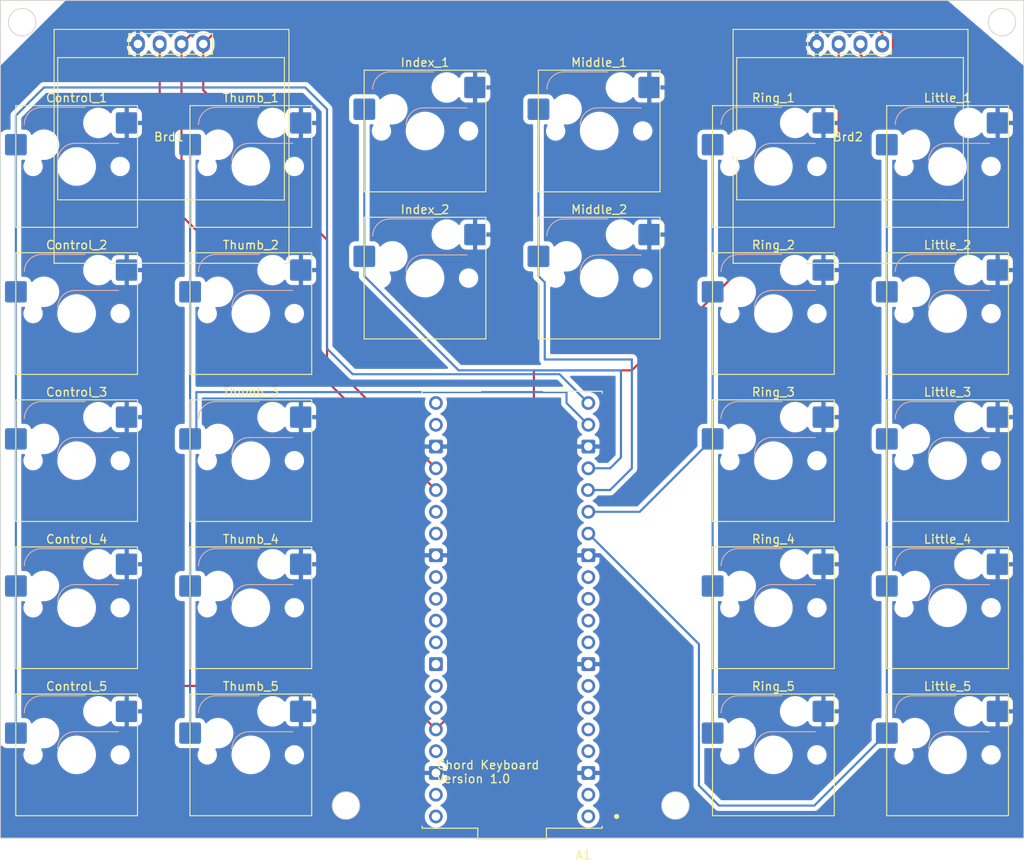
<source format=kicad_pcb>
(kicad_pcb (version 20221018) (generator pcbnew)
  (layers (0 "F.Cu" signal) (31 "B.Cu" signal) (34 "B.Paste" user) (35 "F.Paste" user) (36 "B.SilkS" user "B.Silkscreen") (37 "F.SilkS" user "F.Silkscreen") (38 "B.Mask" user) (39 "F.Mask" user) (44 "Edge.Cuts" user))
  (net 0 "")
  (net 18 "Little")
  (net 22 "Ring")
  (net 23 "Middle")
  (net 24 "Index")
  (net 25 "Thumb")
  (net 26 "Control")
  (net 27 "SDA")
  (net 30 "SCL")
  (net 31 "3v3PWR")
  (net 34 "GND")
  (footprint "FlippedKeys:SW_Hotswap_Kailh_MX" (layer "F.Cu") (at 113.03 89.281)
    (fp_text reference "Control_3" (at 0 -8) (layer "F.SilkS"))
    (fp_text value "SW_Push")
    (pad "" np_thru_hole circle (at -5.08 0) (size 1.75 1.75) (drill 1.75) (layers "*.Cu" "*.Mask"))
    (pad "" np_thru_hole circle (at -3.81 -2.54) (size 3.05 3.05) (drill 3.05) (layers "*.Cu" "*.Mask"))
    (pad "" np_thru_hole circle (at 0 0) (size 4 4) (drill 4) (layers "*.Cu" "*.Mask"))
    (pad "" np_thru_hole circle (at 2.54 -5.08) (size 3.05 3.05) (drill 3.05) (layers "*.Cu" "*.Mask"))
    (pad "" np_thru_hole circle (at 5.08 0) (size 1.75 1.75) (drill 1.75) (layers "*.Cu" "*.Mask"))
    (pad "1" smd roundrect (at -7.085 -2.54) (size 2.55 2.5) (layers "B.Cu" "B.Paste" "B.Mask") (roundrect_rratio 0.1) (net 26 "Control"))
    (pad "2" smd roundrect (at 5.842 -5.08) (size 2.55 2.5) (layers "B.Cu" "B.Paste" "B.Mask") (roundrect_rratio 0.1) (net 34 "GND"))
  )
  (footprint "FlippedKeys:SW_Hotswap_Kailh_MX" (layer "F.Cu") (at 113.03 54.9402)
    (fp_text reference "Control_1" (at 0 -8) (layer "F.SilkS"))
    (fp_text value "SW_Push")
    (pad "" np_thru_hole circle (at -5.08 0) (size 1.75 1.75) (drill 1.75) (layers "*.Cu" "*.Mask"))
    (pad "" np_thru_hole circle (at -3.81 -2.54) (size 3.05 3.05) (drill 3.05) (layers "*.Cu" "*.Mask"))
    (pad "" np_thru_hole circle (at 0 0) (size 4 4) (drill 4) (layers "*.Cu" "*.Mask"))
    (pad "" np_thru_hole circle (at 2.54 -5.08) (size 3.05 3.05) (drill 3.05) (layers "*.Cu" "*.Mask"))
    (pad "" np_thru_hole circle (at 5.08 0) (size 1.75 1.75) (drill 1.75) (layers "*.Cu" "*.Mask"))
    (pad "1" smd roundrect (at -7.085 -2.54) (size 2.55 2.5) (layers "B.Cu" "B.Paste" "B.Mask") (roundrect_rratio 0.1) (net 26 "Control"))
    (pad "2" smd roundrect (at 5.842 -5.08) (size 2.55 2.5) (layers "B.Cu" "B.Paste" "B.Mask") (roundrect_rratio 0.1) (net 34 "GND"))
  )
  (footprint "FlippedKeys:SW_Hotswap_Kailh_MX" (layer "F.Cu") (at 194.31 106.4514)
    (fp_text reference "Ring_4" (at 0 -8) (layer "F.SilkS"))
    (fp_text value "SW_Push")
    (pad "" np_thru_hole circle (at -5.08 0) (size 1.75 1.75) (drill 1.75) (layers "*.Cu" "*.Mask"))
    (pad "" np_thru_hole circle (at -3.81 -2.54) (size 3.05 3.05) (drill 3.05) (layers "*.Cu" "*.Mask"))
    (pad "" np_thru_hole circle (at 0 0) (size 4 4) (drill 4) (layers "*.Cu" "*.Mask"))
    (pad "" np_thru_hole circle (at 2.54 -5.08) (size 3.05 3.05) (drill 3.05) (layers "*.Cu" "*.Mask"))
    (pad "" np_thru_hole circle (at 5.08 0) (size 1.75 1.75) (drill 1.75) (layers "*.Cu" "*.Mask"))
    (pad "1" smd roundrect (at -7.085 -2.54) (size 2.55 2.5) (layers "B.Cu" "B.Paste" "B.Mask") (roundrect_rratio 0.1) (net 22 "Ring"))
    (pad "2" smd roundrect (at 5.842 -5.08) (size 2.55 2.5) (layers "B.Cu" "B.Paste" "B.Mask") (roundrect_rratio 0.1) (net 34 "GND"))
  )
  (footprint "FlippedKeys:SW_Hotswap_Kailh_MX" (layer "F.Cu") (at 214.63 106.4514)
    (fp_text reference "Little_4" (at 0 -8) (layer "F.SilkS"))
    (fp_text value "SW_Push")
    (pad "" np_thru_hole circle (at -5.08 0) (size 1.75 1.75) (drill 1.75) (layers "*.Cu" "*.Mask"))
    (pad "" np_thru_hole circle (at -3.81 -2.54) (size 3.05 3.05) (drill 3.05) (layers "*.Cu" "*.Mask"))
    (pad "" np_thru_hole circle (at 0 0) (size 4 4) (drill 4) (layers "*.Cu" "*.Mask"))
    (pad "" np_thru_hole circle (at 2.54 -5.08) (size 3.05 3.05) (drill 3.05) (layers "*.Cu" "*.Mask"))
    (pad "" np_thru_hole circle (at 5.08 0) (size 1.75 1.75) (drill 1.75) (layers "*.Cu" "*.Mask"))
    (pad "1" smd roundrect (at -7.085 -2.54) (size 2.55 2.5) (layers "B.Cu" "B.Paste" "B.Mask") (roundrect_rratio 0.1) (net 18 "Little"))
    (pad "2" smd roundrect (at 5.842 -5.08) (size 2.55 2.5) (layers "B.Cu" "B.Paste" "B.Mask") (roundrect_rratio 0.1) (net 34 "GND"))
  )
  (footprint "FlippedKeys:SW_Hotswap_Kailh_MX" (layer "F.Cu") (at 133.35 54.9402)
    (fp_text reference "Thumb_1" (at 0 -8) (layer "F.SilkS"))
    (fp_text value "SW_Push")
    (pad "" np_thru_hole circle (at -5.08 0) (size 1.75 1.75) (drill 1.75) (layers "*.Cu" "*.Mask"))
    (pad "" np_thru_hole circle (at -3.81 -2.54) (size 3.05 3.05) (drill 3.05) (layers "*.Cu" "*.Mask"))
    (pad "" np_thru_hole circle (at 0 0) (size 4 4) (drill 4) (layers "*.Cu" "*.Mask"))
    (pad "" np_thru_hole circle (at 2.54 -5.08) (size 3.05 3.05) (drill 3.05) (layers "*.Cu" "*.Mask"))
    (pad "" np_thru_hole circle (at 5.08 0) (size 1.75 1.75) (drill 1.75) (layers "*.Cu" "*.Mask"))
    (pad "1" smd roundrect (at -7.085 -2.54) (size 2.55 2.5) (layers "B.Cu" "B.Paste" "B.Mask") (roundrect_rratio 0.1) (net 25 "Thumb"))
    (pad "2" smd roundrect (at 5.842 -5.08) (size 2.55 2.5) (layers "B.Cu" "B.Paste" "B.Mask") (roundrect_rratio 0.1) (net 34 "GND"))
  )
  (footprint "FlippedKeys:SW_Hotswap_Kailh_MX" (layer "F.Cu") (at 173.99 50.8)
    (fp_text reference "Middle_1" (at 0 -8) (layer "F.SilkS"))
    (fp_text value "SW_Push")
    (pad "" np_thru_hole circle (at -5.08 0) (size 1.75 1.75) (drill 1.75) (layers "*.Cu" "*.Mask"))
    (pad "" np_thru_hole circle (at -3.81 -2.54) (size 3.05 3.05) (drill 3.05) (layers "*.Cu" "*.Mask"))
    (pad "" np_thru_hole circle (at 0 0) (size 4 4) (drill 4) (layers "*.Cu" "*.Mask"))
    (pad "" np_thru_hole circle (at 2.54 -5.08) (size 3.05 3.05) (drill 3.05) (layers "*.Cu" "*.Mask"))
    (pad "" np_thru_hole circle (at 5.08 0) (size 1.75 1.75) (drill 1.75) (layers "*.Cu" "*.Mask"))
    (pad "1" smd roundrect (at -7.085 -2.54) (size 2.55 2.5) (layers "B.Cu" "B.Paste" "B.Mask") (roundrect_rratio 0.1) (net 23 "Middle"))
    (pad "2" smd roundrect (at 5.842 -5.08) (size 2.55 2.5) (layers "B.Cu" "B.Paste" "B.Mask") (roundrect_rratio 0.1) (net 34 "GND"))
  )
  (footprint "FlippedKeys:SW_Hotswap_Kailh_MX" (layer "F.Cu") (at 173.99 67.9704)
    (fp_text reference "Middle_2" (at 0 -8) (layer "F.SilkS"))
    (fp_text value "SW_Push")
    (pad "" np_thru_hole circle (at -5.08 0) (size 1.75 1.75) (drill 1.75) (layers "*.Cu" "*.Mask"))
    (pad "" np_thru_hole circle (at -3.81 -2.54) (size 3.05 3.05) (drill 3.05) (layers "*.Cu" "*.Mask"))
    (pad "" np_thru_hole circle (at 0 0) (size 4 4) (drill 4) (layers "*.Cu" "*.Mask"))
    (pad "" np_thru_hole circle (at 2.54 -5.08) (size 3.05 3.05) (drill 3.05) (layers "*.Cu" "*.Mask"))
    (pad "" np_thru_hole circle (at 5.08 0) (size 1.75 1.75) (drill 1.75) (layers "*.Cu" "*.Mask"))
    (pad "1" smd roundrect (at -7.085 -2.54) (size 2.55 2.5) (layers "B.Cu" "B.Paste" "B.Mask") (roundrect_rratio 0.1) (net 23 "Middle"))
    (pad "2" smd roundrect (at 5.842 -5.08) (size 2.55 2.5) (layers "B.Cu" "B.Paste" "B.Mask") (roundrect_rratio 0.1) (net 34 "GND"))
  )
  (footprint "FlippedKeys:SW_Hotswap_Kailh_MX" (layer "F.Cu") (at 194.31 72.1106)
    (fp_text reference "Ring_2" (at 0 -8) (layer "F.SilkS"))
    (fp_text value "SW_Push")
    (pad "" np_thru_hole circle (at -5.08 0) (size 1.75 1.75) (drill 1.75) (layers "*.Cu" "*.Mask"))
    (pad "" np_thru_hole circle (at -3.81 -2.54) (size 3.05 3.05) (drill 3.05) (layers "*.Cu" "*.Mask"))
    (pad "" np_thru_hole circle (at 0 0) (size 4 4) (drill 4) (layers "*.Cu" "*.Mask"))
    (pad "" np_thru_hole circle (at 2.54 -5.08) (size 3.05 3.05) (drill 3.05) (layers "*.Cu" "*.Mask"))
    (pad "" np_thru_hole circle (at 5.08 0) (size 1.75 1.75) (drill 1.75) (layers "*.Cu" "*.Mask"))
    (pad "1" smd roundrect (at -7.085 -2.54) (size 2.55 2.5) (layers "B.Cu" "B.Paste" "B.Mask") (roundrect_rratio 0.1) (net 22 "Ring"))
    (pad "2" smd roundrect (at 5.842 -5.08) (size 2.55 2.5) (layers "B.Cu" "B.Paste" "B.Mask") (roundrect_rratio 0.1) (net 34 "GND"))
  )
  (footprint "FlippedKeys:SW_Hotswap_Kailh_MX" (layer "F.Cu") (at 214.63 54.9402)
    (fp_text reference "Little_1" (at 0 -8) (layer "F.SilkS"))
    (fp_text value "SW_Push")
    (pad "" np_thru_hole circle (at -5.08 0) (size 1.75 1.75) (drill 1.75) (layers "*.Cu" "*.Mask"))
    (pad "" np_thru_hole circle (at -3.81 -2.54) (size 3.05 3.05) (drill 3.05) (layers "*.Cu" "*.Mask"))
    (pad "" np_thru_hole circle (at 0 0) (size 4 4) (drill 4) (layers "*.Cu" "*.Mask"))
    (pad "" np_thru_hole circle (at 2.54 -5.08) (size 3.05 3.05) (drill 3.05) (layers "*.Cu" "*.Mask"))
    (pad "" np_thru_hole circle (at 5.08 0) (size 1.75 1.75) (drill 1.75) (layers "*.Cu" "*.Mask"))
    (pad "1" smd roundrect (at -7.085 -2.54) (size 2.55 2.5) (layers "B.Cu" "B.Paste" "B.Mask") (roundrect_rratio 0.1) (net 18 "Little"))
    (pad "2" smd roundrect (at 5.842 -5.08) (size 2.55 2.5) (layers "B.Cu" "B.Paste" "B.Mask") (roundrect_rratio 0.1) (net 34 "GND"))
  )
  (footprint "RobsStuff:128x64OLED" (layer "F.Cu") (at 123.8 51.24)
    (fp_text reference "Brd1" (at 0 0.254) (layer "F.SilkS"))
    (fp_text value "SSD1306")
    (pad "1" thru_hole oval (at -3.62 -10.6 90) (size 2 1.6) (drill 1) (layers "*.Cu" "*.Mask") (net 34 "GND"))
    (pad "2" thru_hole oval (at -1.08 -10.6 90) (size 2 1.6) (drill 1) (layers "*.Cu" "*.Mask") (net 31 "3v3PWR"))
    (pad "3" thru_hole oval (at 1.46 -10.6 90) (size 2 1.6) (drill 1) (layers "*.Cu" "*.Mask") (net 30 "SCL"))
    (pad "4" thru_hole oval (at 4 -10.6 90) (size 2 1.6) (drill 1) (layers "*.Cu" "*.Mask") (net 27 "SDA"))
  )
  (footprint "FlippedKeys:SW_Hotswap_Kailh_MX" (layer "F.Cu") (at 113.03 72.1106)
    (fp_text reference "Control_2" (at 0 -8) (layer "F.SilkS"))
    (fp_text value "SW_Push")
    (pad "" np_thru_hole circle (at -5.08 0) (size 1.75 1.75) (drill 1.75) (layers "*.Cu" "*.Mask"))
    (pad "" np_thru_hole circle (at -3.81 -2.54) (size 3.05 3.05) (drill 3.05) (layers "*.Cu" "*.Mask"))
    (pad "" np_thru_hole circle (at 0 0) (size 4 4) (drill 4) (layers "*.Cu" "*.Mask"))
    (pad "" np_thru_hole circle (at 2.54 -5.08) (size 3.05 3.05) (drill 3.05) (layers "*.Cu" "*.Mask"))
    (pad "" np_thru_hole circle (at 5.08 0) (size 1.75 1.75) (drill 1.75) (layers "*.Cu" "*.Mask"))
    (pad "1" smd roundrect (at -7.085 -2.54) (size 2.55 2.5) (layers "B.Cu" "B.Paste" "B.Mask") (roundrect_rratio 0.1) (net 26 "Control"))
    (pad "2" smd roundrect (at 5.842 -5.08) (size 2.55 2.5) (layers "B.Cu" "B.Paste" "B.Mask") (roundrect_rratio 0.1) (net 34 "GND"))
  )
  (footprint "FlippedKeys:SW_Hotswap_Kailh_MX" (layer "F.Cu") (at 153.67 50.8)
    (fp_text reference "Index_1" (at 0 -8) (layer "F.SilkS"))
    (fp_text value "SW_Push")
    (pad "" np_thru_hole circle (at -5.08 0) (size 1.75 1.75) (drill 1.75) (layers "*.Cu" "*.Mask"))
    (pad "" np_thru_hole circle (at -3.81 -2.54) (size 3.05 3.05) (drill 3.05) (layers "*.Cu" "*.Mask"))
    (pad "" np_thru_hole circle (at 0 0) (size 4 4) (drill 4) (layers "*.Cu" "*.Mask"))
    (pad "" np_thru_hole circle (at 2.54 -5.08) (size 3.05 3.05) (drill 3.05) (layers "*.Cu" "*.Mask"))
    (pad "" np_thru_hole circle (at 5.08 0) (size 1.75 1.75) (drill 1.75) (layers "*.Cu" "*.Mask"))
    (pad "1" smd roundrect (at -7.085 -2.54) (size 2.55 2.5) (layers "B.Cu" "B.Paste" "B.Mask") (roundrect_rratio 0.1) (net 24 "Index"))
    (pad "2" smd roundrect (at 5.842 -5.08) (size 2.55 2.5) (layers "B.Cu" "B.Paste" "B.Mask") (roundrect_rratio 0.1) (net 34 "GND"))
  )
  (footprint "FlippedKeys:SW_Hotswap_Kailh_MX" (layer "F.Cu") (at 133.35 89.281)
    (fp_text reference "Thumb_3" (at 0 -8) (layer "F.SilkS"))
    (fp_text value "SW_Push")
    (pad "" np_thru_hole circle (at -5.08 0) (size 1.75 1.75) (drill 1.75) (layers "*.Cu" "*.Mask"))
    (pad "" np_thru_hole circle (at -3.81 -2.54) (size 3.05 3.05) (drill 3.05) (layers "*.Cu" "*.Mask"))
    (pad "" np_thru_hole circle (at 0 0) (size 4 4) (drill 4) (layers "*.Cu" "*.Mask"))
    (pad "" np_thru_hole circle (at 2.54 -5.08) (size 3.05 3.05) (drill 3.05) (layers "*.Cu" "*.Mask"))
    (pad "" np_thru_hole circle (at 5.08 0) (size 1.75 1.75) (drill 1.75) (layers "*.Cu" "*.Mask"))
    (pad "1" smd roundrect (at -7.085 -2.54) (size 2.55 2.5) (layers "B.Cu" "B.Paste" "B.Mask") (roundrect_rratio 0.1) (net 25 "Thumb"))
    (pad "2" smd roundrect (at 5.842 -5.08) (size 2.55 2.5) (layers "B.Cu" "B.Paste" "B.Mask") (roundrect_rratio 0.1) (net 34 "GND"))
  )
  (footprint "FlippedKeys:SW_Hotswap_Kailh_MX" (layer "F.Cu") (at 133.35 106.4514)
    (fp_text reference "Thumb_4" (at 0 -8) (layer "F.SilkS"))
    (fp_text value "SW_Push")
    (pad "" np_thru_hole circle (at -5.08 0) (size 1.75 1.75) (drill 1.75) (layers "*.Cu" "*.Mask"))
    (pad "" np_thru_hole circle (at -3.81 -2.54) (size 3.05 3.05) (drill 3.05) (layers "*.Cu" "*.Mask"))
    (pad "" np_thru_hole circle (at 0 0) (size 4 4) (drill 4) (layers "*.Cu" "*.Mask"))
    (pad "" np_thru_hole circle (at 2.54 -5.08) (size 3.05 3.05) (drill 3.05) (layers "*.Cu" "*.Mask"))
    (pad "" np_thru_hole circle (at 5.08 0) (size 1.75 1.75) (drill 1.75) (layers "*.Cu" "*.Mask"))
    (pad "1" smd roundrect (at -7.085 -2.54) (size 2.55 2.5) (layers "B.Cu" "B.Paste" "B.Mask") (roundrect_rratio 0.1) (net 25 "Thumb"))
    (pad "2" smd roundrect (at 5.842 -5.08) (size 2.55 2.5) (layers "B.Cu" "B.Paste" "B.Mask") (roundrect_rratio 0.1) (net 34 "GND"))
  )
  (footprint "FlippedKeys:SW_Hotswap_Kailh_MX" (layer "F.Cu") (at 133.35 72.1106)
    (fp_text reference "Thumb_2" (at 0 -8) (layer "F.SilkS"))
    (fp_text value "SW_Push")
    (pad "" np_thru_hole circle (at -5.08 0) (size 1.75 1.75) (drill 1.75) (layers "*.Cu" "*.Mask"))
    (pad "" np_thru_hole circle (at -3.81 -2.54) (size 3.05 3.05) (drill 3.05) (layers "*.Cu" "*.Mask"))
    (pad "" np_thru_hole circle (at 0 0) (size 4 4) (drill 4) (layers "*.Cu" "*.Mask"))
    (pad "" np_thru_hole circle (at 2.54 -5.08) (size 3.05 3.05) (drill 3.05) (layers "*.Cu" "*.Mask"))
    (pad "" np_thru_hole circle (at 5.08 0) (size 1.75 1.75) (drill 1.75) (layers "*.Cu" "*.Mask"))
    (pad "1" smd roundrect (at -7.085 -2.54) (size 2.55 2.5) (layers "B.Cu" "B.Paste" "B.Mask") (roundrect_rratio 0.1) (net 25 "Thumb"))
    (pad "2" smd roundrect (at 5.842 -5.08) (size 2.55 2.5) (layers "B.Cu" "B.Paste" "B.Mask") (roundrect_rratio 0.1) (net 34 "GND"))
  )
  (footprint "FlippedKeys:SW_Hotswap_Kailh_MX" (layer "F.Cu") (at 133.35 123.6218)
    (fp_text reference "Thumb_5" (at 0 -8) (layer "F.SilkS"))
    (fp_text value "SW_Push")
    (pad "" np_thru_hole circle (at -5.08 0) (size 1.75 1.75) (drill 1.75) (layers "*.Cu" "*.Mask"))
    (pad "" np_thru_hole circle (at -3.81 -2.54) (size 3.05 3.05) (drill 3.05) (layers "*.Cu" "*.Mask"))
    (pad "" np_thru_hole circle (at 0 0) (size 4 4) (drill 4) (layers "*.Cu" "*.Mask"))
    (pad "" np_thru_hole circle (at 2.54 -5.08) (size 3.05 3.05) (drill 3.05) (layers "*.Cu" "*.Mask"))
    (pad "" np_thru_hole circle (at 5.08 0) (size 1.75 1.75) (drill 1.75) (layers "*.Cu" "*.Mask"))
    (pad "1" smd roundrect (at -7.085 -2.54) (size 2.55 2.5) (layers "B.Cu" "B.Paste" "B.Mask") (roundrect_rratio 0.1) (net 25 "Thumb"))
    (pad "2" smd roundrect (at 5.842 -5.08) (size 2.55 2.5) (layers "B.Cu" "B.Paste" "B.Mask") (roundrect_rratio 0.1) (net 34 "GND"))
  )
  (footprint "FlippedKeys:SW_Hotswap_Kailh_MX" (layer "F.Cu") (at 113.03 106.4514)
    (fp_text reference "Control_4" (at 0 -8) (layer "F.SilkS"))
    (fp_text value "SW_Push")
    (pad "" np_thru_hole circle (at -5.08 0) (size 1.75 1.75) (drill 1.75) (layers "*.Cu" "*.Mask"))
    (pad "" np_thru_hole circle (at -3.81 -2.54) (size 3.05 3.05) (drill 3.05) (layers "*.Cu" "*.Mask"))
    (pad "" np_thru_hole circle (at 0 0) (size 4 4) (drill 4) (layers "*.Cu" "*.Mask"))
    (pad "" np_thru_hole circle (at 2.54 -5.08) (size 3.05 3.05) (drill 3.05) (layers "*.Cu" "*.Mask"))
    (pad "" np_thru_hole circle (at 5.08 0) (size 1.75 1.75) (drill 1.75) (layers "*.Cu" "*.Mask"))
    (pad "1" smd roundrect (at -7.085 -2.54) (size 2.55 2.5) (layers "B.Cu" "B.Paste" "B.Mask") (roundrect_rratio 0.1) (net 26 "Control"))
    (pad "2" smd roundrect (at 5.842 -5.08) (size 2.55 2.5) (layers "B.Cu" "B.Paste" "B.Mask") (roundrect_rratio 0.1) (net 34 "GND"))
  )
  (footprint "FlippedKeys:SW_Hotswap_Kailh_MX" (layer "F.Cu") (at 214.63 89.281)
    (fp_text reference "Little_3" (at 0 -8) (layer "F.SilkS"))
    (fp_text value "SW_Push")
    (pad "" np_thru_hole circle (at -5.08 0) (size 1.75 1.75) (drill 1.75) (layers "*.Cu" "*.Mask"))
    (pad "" np_thru_hole circle (at -3.81 -2.54) (size 3.05 3.05) (drill 3.05) (layers "*.Cu" "*.Mask"))
    (pad "" np_thru_hole circle (at 0 0) (size 4 4) (drill 4) (layers "*.Cu" "*.Mask"))
    (pad "" np_thru_hole circle (at 2.54 -5.08) (size 3.05 3.05) (drill 3.05) (layers "*.Cu" "*.Mask"))
    (pad "" np_thru_hole circle (at 5.08 0) (size 1.75 1.75) (drill 1.75) (layers "*.Cu" "*.Mask"))
    (pad "1" smd roundrect (at -7.085 -2.54) (size 2.55 2.5) (layers "B.Cu" "B.Paste" "B.Mask") (roundrect_rratio 0.1) (net 18 "Little"))
    (pad "2" smd roundrect (at 5.842 -5.08) (size 2.55 2.5) (layers "B.Cu" "B.Paste" "B.Mask") (roundrect_rratio 0.1) (net 34 "GND"))
  )
  (footprint "Module:Pico_W" (layer "F.Cu") (at 163.83 106.68 180)
    (fp_text reference "A1" (at -8.325 -28.635) (layer "F.SilkS"))
    (fp_text value "SC0918")
    (pad "1" thru_hole circle (at -8.89 -24.13 180) (size 1.6 1.6) (drill 1) (layers "*.Cu" "*.Mask"))
    (pad "2" thru_hole circle (at -8.89 -21.59 180) (size 1.6 1.6) (drill 1) (layers "*.Cu" "*.Mask"))
    (pad "3" thru_hole roundrect (at -8.89 -19.05 180) (size 1.6 1.6) (drill 1) (layers "*.Cu" "*.Mask") (roundrect_rratio 0.125) (net 34 "GND"))
    (pad "4" thru_hole circle (at -8.89 -16.51 180) (size 1.6 1.6) (drill 1) (layers "*.Cu" "*.Mask"))
    (pad "5" thru_hole circle (at -8.89 -13.97 180) (size 1.6 1.6) (drill 1) (layers "*.Cu" "*.Mask"))
    (pad "6" thru_hole circle (at -8.89 -11.43 180) (size 1.6 1.6) (drill 1) (layers "*.Cu" "*.Mask"))
    (pad "7" thru_hole circle (at -8.89 -8.89 180) (size 1.6 1.6) (drill 1) (layers "*.Cu" "*.Mask"))
    (pad "8" thru_hole roundrect (at -8.89 -6.35 180) (size 1.6 1.6) (drill 1) (layers "*.Cu" "*.Mask") (roundrect_rratio 0.125) (net 34 "GND"))
    (pad "9" thru_hole circle (at -8.89 -3.81 180) (size 1.6 1.6) (drill 1) (layers "*.Cu" "*.Mask"))
    (pad "10" thru_hole circle (at -8.89 -1.27 180) (size 1.6 1.6) (drill 1) (layers "*.Cu" "*.Mask"))
    (pad "11" thru_hole circle (at -8.89 1.27 180) (size 1.6 1.6) (drill 1) (layers "*.Cu" "*.Mask"))
    (pad "12" thru_hole circle (at -8.89 3.81 180) (size 1.6 1.6) (drill 1) (layers "*.Cu" "*.Mask"))
    (pad "13" thru_hole roundrect (at -8.89 6.35 180) (size 1.6 1.6) (drill 1) (layers "*.Cu" "*.Mask") (roundrect_rratio 0.125) (net 34 "GND"))
    (pad "14" thru_hole circle (at -8.89 8.89 180) (size 1.6 1.6) (drill 1) (layers "*.Cu" "*.Mask") (net 18 "Little"))
    (pad "15" thru_hole circle (at -8.89 11.43 180) (size 1.6 1.6) (drill 1) (layers "*.Cu" "*.Mask") (net 22 "Ring"))
    (pad "16" thru_hole circle (at -8.848119 13.97 180) (size 1.6 1.6) (drill 1) (layers "*.Cu" "*.Mask") (net 23 "Middle"))
    (pad "17" thru_hole circle (at -8.89 16.51 180) (size 1.6 1.6) (drill 1) (layers "*.Cu" "*.Mask") (net 24 "Index"))
    (pad "18" thru_hole roundrect (at -8.89 19.05 180) (size 1.6 1.6) (drill 1) (layers "*.Cu" "*.Mask") (roundrect_rratio 0.125) (net 34 "GND"))
    (pad "19" thru_hole circle (at -8.89 21.59 180) (size 1.6 1.6) (drill 1) (layers "*.Cu" "*.Mask") (net 25 "Thumb"))
    (pad "20" thru_hole circle (at -8.89 24.13 180) (size 1.6 1.6) (drill 1) (layers "*.Cu" "*.Mask") (net 26 "Control"))
    (pad "21" thru_hole circle (at 8.89 24.13 180) (size 1.6 1.6) (drill 1) (layers "*.Cu" "*.Mask"))
    (pad "22" thru_hole circle (at 8.89 21.59 180) (size 1.6 1.6) (drill 1) (layers "*.Cu" "*.Mask"))
    (pad "23" thru_hole roundrect (at 8.89 19.05 180) (size 1.6 1.6) (drill 1) (layers "*.Cu" "*.Mask") (roundrect_rratio 0.125) (net 34 "GND"))
    (pad "24" thru_hole circle (at 8.89 16.51 180) (size 1.6 1.6) (drill 1) (layers "*.Cu" "*.Mask") (net 27 "SDA"))
    (pad "25" thru_hole circle (at 8.89 13.97 180) (size 1.6 1.6) (drill 1) (layers "*.Cu" "*.Mask") (net 30 "SCL"))
    (pad "26" thru_hole circle (at 8.89 11.43 180) (size 1.6 1.6) (drill 1) (layers "*.Cu" "*.Mask"))
    (pad "27" thru_hole circle (at 8.89 8.89 180) (size 1.6 1.6) (drill 1) (layers "*.Cu" "*.Mask"))
    (pad "28" thru_hole roundrect (at 8.89 6.35 180) (size 1.6 1.6) (drill 1) (layers "*.Cu" "*.Mask") (roundrect_rratio 0.125) (net 34 "GND"))
    (pad "29" thru_hole circle (at 8.89 3.81 180) (size 1.6 1.6) (drill 1) (layers "*.Cu" "*.Mask"))
    (pad "30" thru_hole circle (at 8.89 1.27 180) (size 1.6 1.6) (drill 1) (layers "*.Cu" "*.Mask"))
    (pad "31" thru_hole circle (at 8.89 -1.27 180) (size 1.6 1.6) (drill 1) (layers "*.Cu" "*.Mask"))
    (pad "32" thru_hole circle (at 8.89 -3.81 180) (size 1.6 1.6) (drill 1) (layers "*.Cu" "*.Mask"))
    (pad "33" thru_hole roundrect (at 8.89 -6.35 180) (size 1.6 1.6) (drill 1) (layers "*.Cu" "*.Mask") (roundrect_rratio 0.125))
    (pad "34" thru_hole circle (at 8.89 -8.89 180) (size 1.6 1.6) (drill 1) (layers "*.Cu" "*.Mask"))
    (pad "35" thru_hole circle (at 8.89 -11.43 180) (size 1.6 1.6) (drill 1) (layers "*.Cu" "*.Mask"))
    (pad "36" thru_hole circle (at 8.89 -13.97 180) (size 1.6 1.6) (drill 1) (layers "*.Cu" "*.Mask") (net 31 "3v3PWR"))
    (pad "37" thru_hole circle (at 8.89 -16.51 180) (size 1.6 1.6) (drill 1) (layers "*.Cu" "*.Mask"))
    (pad "38" thru_hole roundrect (at 8.89 -19.05 180) (size 1.6 1.6) (drill 1) (layers "*.Cu" "*.Mask") (roundrect_rratio 0.125) (net 34 "GND"))
    (pad "39" thru_hole circle (at 8.89 -21.59 180) (size 1.6 1.6) (drill 1) (layers "*.Cu" "*.Mask"))
    (pad "40" thru_hole circle (at 8.89 -24.13 180) (size 1.6 1.6) (drill 1) (layers "*.Cu" "*.Mask"))
  )
  (footprint "RobsStuff:128x64OLED" (layer "F.Cu") (at 203.01 51.24)
    (fp_text reference "Brd2" (at 0 0.254) (layer "F.SilkS"))
    (fp_text value "SSD1306")
    (pad "1" thru_hole oval (at -3.62 -10.6 90) (size 2 1.6) (drill 1) (layers "*.Cu" "*.Mask") (net 34 "GND"))
    (pad "2" thru_hole oval (at -1.08 -10.6 90) (size 2 1.6) (drill 1) (layers "*.Cu" "*.Mask") (net 31 "3v3PWR"))
    (pad "3" thru_hole oval (at 1.46 -10.6 90) (size 2 1.6) (drill 1) (layers "*.Cu" "*.Mask") (net 30 "SCL"))
    (pad "4" thru_hole oval (at 4 -10.6 90) (size 2 1.6) (drill 1) (layers "*.Cu" "*.Mask") (net 27 "SDA"))
  )
  (footprint "FlippedKeys:SW_Hotswap_Kailh_MX" (layer "F.Cu") (at 113.03 123.6218)
    (fp_text reference "Control_5" (at 0 -8) (layer "F.SilkS"))
    (fp_text value "SW_Push")
    (pad "" np_thru_hole circle (at -5.08 0) (size 1.75 1.75) (drill 1.75) (layers "*.Cu" "*.Mask"))
    (pad "" np_thru_hole circle (at -3.81 -2.54) (size 3.05 3.05) (drill 3.05) (layers "*.Cu" "*.Mask"))
    (pad "" np_thru_hole circle (at 0 0) (size 4 4) (drill 4) (layers "*.Cu" "*.Mask"))
    (pad "" np_thru_hole circle (at 2.54 -5.08) (size 3.05 3.05) (drill 3.05) (layers "*.Cu" "*.Mask"))
    (pad "" np_thru_hole circle (at 5.08 0) (size 1.75 1.75) (drill 1.75) (layers "*.Cu" "*.Mask"))
    (pad "1" smd roundrect (at -7.085 -2.54) (size 2.55 2.5) (layers "B.Cu" "B.Paste" "B.Mask") (roundrect_rratio 0.1) (net 26 "Control"))
    (pad "2" smd roundrect (at 5.842 -5.08) (size 2.55 2.5) (layers "B.Cu" "B.Paste" "B.Mask") (roundrect_rratio 0.1) (net 34 "GND"))
  )
  (footprint "FlippedKeys:SW_Hotswap_Kailh_MX" (layer "F.Cu") (at 214.63 72.1106)
    (fp_text reference "Little_2" (at 0 -8) (layer "F.SilkS"))
    (fp_text value "SW_Push")
    (pad "" np_thru_hole circle (at -5.08 0) (size 1.75 1.75) (drill 1.75) (layers "*.Cu" "*.Mask"))
    (pad "" np_thru_hole circle (at -3.81 -2.54) (size 3.05 3.05) (drill 3.05) (layers "*.Cu" "*.Mask"))
    (pad "" np_thru_hole circle (at 0 0) (size 4 4) (drill 4) (layers "*.Cu" "*.Mask"))
    (pad "" np_thru_hole circle (at 2.54 -5.08) (size 3.05 3.05) (drill 3.05) (layers "*.Cu" "*.Mask"))
    (pad "" np_thru_hole circle (at 5.08 0) (size 1.75 1.75) (drill 1.75) (layers "*.Cu" "*.Mask"))
    (pad "1" smd roundrect (at -7.085 -2.54) (size 2.55 2.5) (layers "B.Cu" "B.Paste" "B.Mask") (roundrect_rratio 0.1) (net 18 "Little"))
    (pad "2" smd roundrect (at 5.842 -5.08) (size 2.55 2.5) (layers "B.Cu" "B.Paste" "B.Mask") (roundrect_rratio 0.1) (net 34 "GND"))
  )
  (footprint "FlippedKeys:SW_Hotswap_Kailh_MX" (layer "F.Cu") (at 194.31 54.9402)
    (fp_text reference "Ring_1" (at 0 -8) (layer "F.SilkS"))
    (fp_text value "SW_Push")
    (pad "" np_thru_hole circle (at -5.08 0) (size 1.75 1.75) (drill 1.75) (layers "*.Cu" "*.Mask"))
    (pad "" np_thru_hole circle (at -3.81 -2.54) (size 3.05 3.05) (drill 3.05) (layers "*.Cu" "*.Mask"))
    (pad "" np_thru_hole circle (at 0 0) (size 4 4) (drill 4) (layers "*.Cu" "*.Mask"))
    (pad "" np_thru_hole circle (at 2.54 -5.08) (size 3.05 3.05) (drill 3.05) (layers "*.Cu" "*.Mask"))
    (pad "" np_thru_hole circle (at 5.08 0) (size 1.75 1.75) (drill 1.75) (layers "*.Cu" "*.Mask"))
    (pad "1" smd roundrect (at -7.085 -2.54) (size 2.55 2.5) (layers "B.Cu" "B.Paste" "B.Mask") (roundrect_rratio 0.1) (net 22 "Ring"))
    (pad "2" smd roundrect (at 5.842 -5.08) (size 2.55 2.5) (layers "B.Cu" "B.Paste" "B.Mask") (roundrect_rratio 0.1) (net 34 "GND"))
  )
  (footprint "FlippedKeys:SW_Hotswap_Kailh_MX" (layer "F.Cu") (at 214.63 123.6218)
    (fp_text reference "Little_5" (at 0 -8) (layer "F.SilkS"))
    (fp_text value "SW_Push")
    (pad "" np_thru_hole circle (at -5.08 0) (size 1.75 1.75) (drill 1.75) (layers "*.Cu" "*.Mask"))
    (pad "" np_thru_hole circle (at -3.81 -2.54) (size 3.05 3.05) (drill 3.05) (layers "*.Cu" "*.Mask"))
    (pad "" np_thru_hole circle (at 0 0) (size 4 4) (drill 4) (layers "*.Cu" "*.Mask"))
    (pad "" np_thru_hole circle (at 2.54 -5.08) (size 3.05 3.05) (drill 3.05) (layers "*.Cu" "*.Mask"))
    (pad "" np_thru_hole circle (at 5.08 0) (size 1.75 1.75) (drill 1.75) (layers "*.Cu" "*.Mask"))
    (pad "1" smd roundrect (at -7.085 -2.54) (size 2.55 2.5) (layers "B.Cu" "B.Paste" "B.Mask") (roundrect_rratio 0.1) (net 18 "Little"))
    (pad "2" smd roundrect (at 5.842 -5.08) (size 2.55 2.5) (layers "B.Cu" "B.Paste" "B.Mask") (roundrect_rratio 0.1) (net 34 "GND"))
  )
  (footprint "FlippedKeys:SW_Hotswap_Kailh_MX" (layer "F.Cu") (at 194.31 123.6218)
    (fp_text reference "Ring_5" (at 0 -8) (layer "F.SilkS"))
    (fp_text value "SW_Push")
    (pad "" np_thru_hole circle (at -5.08 0) (size 1.75 1.75) (drill 1.75) (layers "*.Cu" "*.Mask"))
    (pad "" np_thru_hole circle (at -3.81 -2.54) (size 3.05 3.05) (drill 3.05) (layers "*.Cu" "*.Mask"))
    (pad "" np_thru_hole circle (at 0 0) (size 4 4) (drill 4) (layers "*.Cu" "*.Mask"))
    (pad "" np_thru_hole circle (at 2.54 -5.08) (size 3.05 3.05) (drill 3.05) (layers "*.Cu" "*.Mask"))
    (pad "" np_thru_hole circle (at 5.08 0) (size 1.75 1.75) (drill 1.75) (layers "*.Cu" "*.Mask"))
    (pad "1" smd roundrect (at -7.085 -2.54) (size 2.55 2.5) (layers "B.Cu" "B.Paste" "B.Mask") (roundrect_rratio 0.1) (net 22 "Ring"))
    (pad "2" smd roundrect (at 5.842 -5.08) (size 2.55 2.5) (layers "B.Cu" "B.Paste" "B.Mask") (roundrect_rratio 0.1) (net 34 "GND"))
  )
  (footprint "FlippedKeys:SW_Hotswap_Kailh_MX" (layer "F.Cu") (at 153.67 67.9704)
    (fp_text reference "Index_2" (at 0 -8) (layer "F.SilkS"))
    (fp_text value "SW_Push")
    (pad "" np_thru_hole circle (at -5.08 0) (size 1.75 1.75) (drill 1.75) (layers "*.Cu" "*.Mask"))
    (pad "" np_thru_hole circle (at -3.81 -2.54) (size 3.05 3.05) (drill 3.05) (layers "*.Cu" "*.Mask"))
    (pad "" np_thru_hole circle (at 0 0) (size 4 4) (drill 4) (layers "*.Cu" "*.Mask"))
    (pad "" np_thru_hole circle (at 2.54 -5.08) (size 3.05 3.05) (drill 3.05) (layers "*.Cu" "*.Mask"))
    (pad "" np_thru_hole circle (at 5.08 0) (size 1.75 1.75) (drill 1.75) (layers "*.Cu" "*.Mask"))
    (pad "1" smd roundrect (at -7.085 -2.54) (size 2.55 2.5) (layers "B.Cu" "B.Paste" "B.Mask") (roundrect_rratio 0.1) (net 24 "Index"))
    (pad "2" smd roundrect (at 5.842 -5.08) (size 2.55 2.5) (layers "B.Cu" "B.Paste" "B.Mask") (roundrect_rratio 0.1) (net 34 "GND"))
  )
  (footprint "FlippedKeys:SW_Hotswap_Kailh_MX" (layer "F.Cu") (at 194.31 89.281)
    (fp_text reference "Ring_3" (at 0 -8) (layer "F.SilkS"))
    (fp_text value "SW_Push")
    (pad "" np_thru_hole circle (at -5.08 0) (size 1.75 1.75) (drill 1.75) (layers "*.Cu" "*.Mask"))
    (pad "" np_thru_hole circle (at -3.81 -2.54) (size 3.05 3.05) (drill 3.05) (layers "*.Cu" "*.Mask"))
    (pad "" np_thru_hole circle (at 0 0) (size 4 4) (drill 4) (layers "*.Cu" "*.Mask"))
    (pad "" np_thru_hole circle (at 2.54 -5.08) (size 3.05 3.05) (drill 3.05) (layers "*.Cu" "*.Mask"))
    (pad "" np_thru_hole circle (at 5.08 0) (size 1.75 1.75) (drill 1.75) (layers "*.Cu" "*.Mask"))
    (pad "1" smd roundrect (at -7.085 -2.54) (size 2.55 2.5) (layers "B.Cu" "B.Paste" "B.Mask") (roundrect_rratio 0.1) (net 22 "Ring"))
    (pad "2" smd roundrect (at 5.842 -5.08) (size 2.55 2.5) (layers "B.Cu" "B.Paste" "B.Mask") (roundrect_rratio 0.1) (net 34 "GND"))
  )
  (gr_rect (start 104.14 35.56) (end 223.52 133.35) (stroke (width 0.1)) (fill none) (layer "Edge.Cuts"))
  (gr_circle (center 220.98 38.1) (end 222.58 38.1) (stroke (width 0.1)) (fill none) (layer "Edge.Cuts"))
  (gr_circle (center 182.88 129.54) (end 184.48 129.54) (stroke (width 0.1)) (fill none) (layer "Edge.Cuts"))
  (gr_circle (center 106.68 38.1) (end 108.28 38.1) (stroke (width 0.1)) (fill none) (layer "Edge.Cuts"))
  (gr_circle (center 144.45 129.54) (end 146.05 129.54) (stroke (width 0.1)) (fill none) (layer "Edge.Cuts"))
  (gr_text "Chord Keyboard\nVersion 1.0" (at 154.94 127) (layer "F.SilkS") (effects (font (size 1 1)) (justify left bottom)))
  (segment (start 185.625 110.695) (end 185.625 127.205) (width 0.25) (layer "B.Cu") (net 18))
  (segment (start 207.545 69.5706) (end 207.545 52.4002) (width 0.25) (layer "B.Cu") (net 18))
  (segment (start 207.545 86.741) (end 207.545 69.5706) (width 0.25) (layer "B.Cu") (net 18))
  (segment (start 185.625 127.205) (end 187.96 129.54) (width 0.25) (layer "B.Cu") (net 18))
  (segment (start 187.96 129.54) (end 199.0868 129.54) (width 0.25) (layer "B.Cu") (net 18))
  (segment (start 207.545 121.0818) (end 207.545 103.9114) (width 0.25) (layer "B.Cu") (net 18))
  (segment (start 199.0868 129.54) (end 207.545 121.0818) (width 0.25) (layer "B.Cu") (net 18))
  (segment (start 172.72 97.79) (end 185.625 110.695) (width 0.25) (layer "B.Cu") (net 18))
  (segment (start 207.545 103.9114) (end 207.545 86.741) (width 0.25) (layer "B.Cu") (net 18))
  (segment (start 187.225 52.4002) (end 187.225 69.5706) (width 0.25) (layer "B.Cu") (net 22))
  (segment (start 187.225 121.0818) (end 187.225 103.9114) (width 0.25) (layer "B.Cu") (net 22))
  (segment (start 187.225 86.741) (end 178.716 95.25) (width 0.25) (layer "B.Cu") (net 22))
  (segment (start 178.716 95.25) (end 172.72 95.25) (width 0.25) (layer "B.Cu") (net 22))
  (segment (start 187.225 86.741) (end 187.225 103.9114) (width 0.25) (layer "B.Cu") (net 22))
  (segment (start 187.225 69.5706) (end 187.225 86.741) (width 0.25) (layer "B.Cu") (net 22))
  (segment (start 177.8 90.17) (end 175.26 92.71) (width 0.25) (layer "B.Cu") (net 23))
  (segment (start 167.64 77.47) (end 177.8 77.47) (width 0.25) (layer "B.Cu") (net 23))
  (segment (start 167.64 68.468167) (end 167.64 77.47) (width 0.25) (layer "B.Cu") (net 23))
  (segment (start 177.8 77.47) (end 177.8 90.17) (width 0.25) (layer "B.Cu") (net 23))
  (segment (start 166.905 65.4304) (end 166.905 67.733167) (width 0.25) (layer "B.Cu") (net 23))
  (segment (start 166.905 48.26) (end 166.905 65.4304) (width 0.25) (layer "B.Cu") (net 23))
  (segment (start 175.26 92.71) (end 172.678119 92.71) (width 0.25) (layer "B.Cu") (net 23))
  (segment (start 166.905 67.733167) (end 167.64 68.468167) (width 0.25) (layer "B.Cu") (net 23))
  (segment (start 146.585 67.733167) (end 157.591833 78.74) (width 0.25) (layer "B.Cu") (net 24))
  (segment (start 146.585 48.26) (end 146.585 65.4304) (width 0.25) (layer "B.Cu") (net 24))
  (segment (start 176.53 88.9) (end 175.26 90.17) (width 0.25) (layer "B.Cu") (net 24))
  (segment (start 175.26 90.17) (end 172.72 90.17) (width 0.25) (layer "B.Cu") (net 24))
  (segment (start 176.53 78.74) (end 176.53 88.9) (width 0.25) (layer "B.Cu") (net 24))
  (segment (start 146.585 65.4304) (end 146.585 67.733167) (width 0.25) (layer "B.Cu") (net 24))
  (segment (start 157.591833 78.74) (end 176.53 78.74) (width 0.25) (layer "B.Cu") (net 24))
  (segment (start 127 81.28) (end 170.18 81.28) (width 0.25) (layer "B.Cu") (net 25))
  (segment (start 170.18 82.55) (end 172.72 85.09) (width 0.25) (layer "B.Cu") (net 25))
  (segment (start 127 86.006) (end 127 81.28) (width 0.25) (layer "B.Cu") (net 25))
  (segment (start 126.265 86.741) (end 126.265 69.5706) (width 0.25) (layer "B.Cu") (net 25))
  (segment (start 126.265 103.9114) (end 126.265 86.741) (width 0.25) (layer "B.Cu") (net 25))
  (segment (start 126.265 69.5706) (end 126.265 52.4002) (width 0.25) (layer "B.Cu") (net 25))
  (segment (start 126.265 86.741) (end 127 86.006) (width 0.25) (layer "B.Cu") (net 25))
  (segment (start 170.18 81.28) (end 170.18 82.55) (width 0.25) (layer "B.Cu") (net 25))
  (segment (start 126.265 103.9114) (end 126.265 121.0818) (width 0.25) (layer "B.Cu") (net 25))
  (segment (start 105.945 48.995) (end 109.22 45.72) (width 0.25) (layer "B.Cu") (net 26))
  (segment (start 142.24 76.2) (end 145.23 79.19) (width 0.25) (layer "B.Cu") (net 26))
  (segment (start 139.7 45.72) (end 142.24 48.26) (width 0.25) (layer "B.Cu") (net 26))
  (segment (start 105.945 69.5706) (end 105.945 86.741) (width 0.25) (layer "B.Cu") (net 26))
  (segment (start 105.945 103.9114) (end 105.945 121.0818) (width 0.25) (layer "B.Cu") (net 26))
  (segment (start 105.945 86.741) (end 105.945 103.9114) (width 0.25) (layer "B.Cu") (net 26))
  (segment (start 142.24 48.26) (end 142.24 76.2) (width 0.25) (layer "B.Cu") (net 26))
  (segment (start 109.22 45.72) (end 139.7 45.72) (width 0.25) (layer "B.Cu") (net 26))
  (segment (start 105.945 52.4002) (end 105.945 48.995) (width 0.25) (layer "B.Cu") (net 26))
  (segment (start 145.23 79.19) (end 169.36 79.19) (width 0.25) (layer "B.Cu") (net 26))
  (segment (start 105.945 52.4002) (end 105.945 69.5706) (width 0.25) (layer "B.Cu") (net 26))
  (segment (start 105.945 86.741) (end 106.299 86.741) (width 0.25) (layer "B.Cu") (net 26))
  (segment (start 169.36 79.19) (end 172.72 82.55) (width 0.25) (layer "B.Cu") (net 26))
  (segment (start 130.34 38.1) (end 205.74 38.1) (width 0.25) (layer "F.Cu") (net 27))
  (segment (start 207.01 39.37) (end 207.01 40.64) (width 0.25) (layer "F.Cu") (net 27))
  (segment (start 137.16 55.391443) (end 137.16 58.42) (width 0.25) (layer "F.Cu") (net 27))
  (segment (start 142.24 77.47) (end 154.94 90.17) (width 0.25) (layer "F.Cu") (net 27))
  (segment (start 127.8 40.64) (end 127.8 46.031443) (width 0.25) (layer "F.Cu") (net 27))
  (segment (start 205.74 38.1) (end 207.01 39.37) (width 0.25) (layer "F.Cu") (net 27))
  (segment (start 142.24 63.5) (end 142.24 77.47) (width 0.25) (layer "F.Cu") (net 27))
  (segment (start 127.8 46.031443) (end 137.16 55.391443) (width 0.25) (layer "F.Cu") (net 27))
  (segment (start 127.8 40.64) (end 130.34 38.1) (width 0.25) (layer "F.Cu") (net 27))
  (segment (start 137.16 58.42) (end 142.24 63.5) (width 0.25) (layer "F.Cu") (net 27))
  (segment (start 204.47 41.91) (end 204.47 40.64) (width 0.25) (layer "F.Cu") (net 30))
  (segment (start 137.18 74.95) (end 154.94 92.71) (width 0.25) (layer "F.Cu") (net 30))
  (segment (start 125.26 60.661843) (end 137.18 72.581843) (width 0.25) (layer "F.Cu") (net 30))
  (segment (start 208.28 43.18) (end 205.74 43.18) (width 0.25) (layer "F.Cu") (net 30))
  (segment (start 206.56 37.65) (end 208.28 39.37) (width 0.25) (layer "F.Cu") (net 30))
  (segment (start 125.26 40.64) (end 128.25 37.65) (width 0.25) (layer "F.Cu") (net 30))
  (segment (start 205.74 43.18) (end 204.47 41.91) (width 0.25) (layer "F.Cu") (net 30))
  (segment (start 208.28 39.37) (end 208.28 43.18) (width 0.25) (layer "F.Cu") (net 30))
  (segment (start 137.18 72.581843) (end 137.18 74.95) (width 0.25) (layer "F.Cu") (net 30))
  (segment (start 128.25 37.65) (end 206.56 37.65) (width 0.25) (layer "F.Cu") (net 30))
  (segment (start 125.26 40.64) (end 125.26 60.661843) (width 0.25) (layer "F.Cu") (net 30))
  (segment (start 179.07 77.47) (end 177.8 78.74) (width 0.25) (layer "F.Cu") (net 31))
  (segment (start 124.46 115.57) (end 149.86 115.57) (width 0.25) (layer "F.Cu") (net 31))
  (segment (start 166.37 78.74) (end 166.37 109.22) (width 0.25) (layer "F.Cu") (net 31))
  (segment (start 201.93 55.453594) (end 179.913594 77.47) (width 0.25) (layer "F.Cu") (net 31))
  (segment (start 122.72 40.64) (end 122.72 113.83) (width 0.25) (layer "F.Cu") (net 31))
  (segment (start 177.8 78.74) (end 166.37 78.74) (width 0.25) (layer "F.Cu") (net 31))
  (segment (start 122.72 113.83) (end 124.46 115.57) (width 0.25) (layer "F.Cu") (net 31))
  (segment (start 201.93 40.64) (end 201.93 55.453594) (width 0.25) (layer "F.Cu") (net 31))
  (segment (start 166.37 109.22) (end 154.94 120.65) (width 0.25) (layer "F.Cu") (net 31))
  (segment (start 179.913594 77.47) (end 179.07 77.47) (width 0.25) (layer "F.Cu") (net 31))
  (segment (start 149.86 115.57) (end 154.94 120.65) (width 0.25) (layer "F.Cu") (net 31))
  (zone (net 34) (net_name "GND") (layer "B.Cu") (connect_pads (clearance 0.5)) (min_thickness 0.25) (fill yes (thermal_gap 0.5) (thermal_bridge_width 0.5))
    (polygon (pts (xy 111.76 35.56) (xy 214.63 35.56) (xy 223.52 43.18) (xy 223.52 133.35) (xy 104.14 133.35) (xy 104.14 43.18)))
  )
)
</source>
